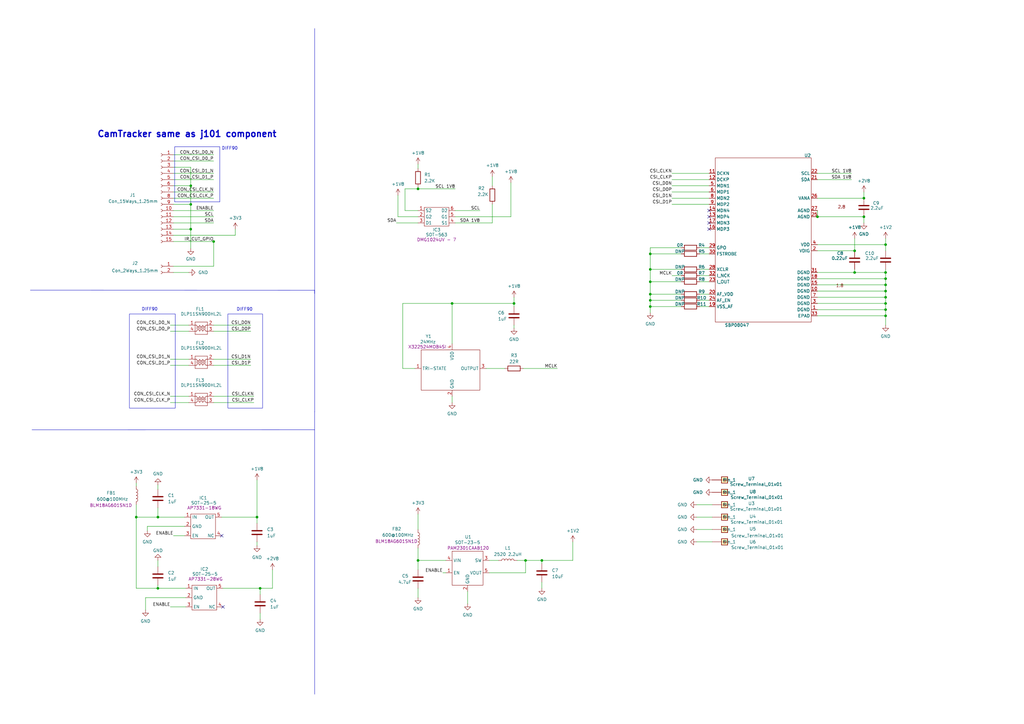
<source format=kicad_sch>
(kicad_sch (version 20230819) (generator eeschema)
  (paper "A3")
  (lib_symbols
    (symbol "Connector:Conn_01x02_Socket" (pin_names (offset 1.016) hide)
      (property "Reference" "J" (at 0 2.54 0))
      (property "Value" "Conn_01x02_Socket" (at 0 -5.08 0))
      (symbol "Conn_01x02_Socket_1_1"
        (arc (start 0 -2.032) (mid -0.5058 -2.54) (end 0 -3.048) (stroke (width 0.1524)))
        (polyline (pts (xy -1.27 -2.54) (xy -0.508 -2.54)) (stroke (width 0.1524)))
        (polyline (pts (xy -1.27 0) (xy -0.508 0)) (stroke (width 0.1524)))
        (arc (start 0 0.508) (mid -0.5058 0) (end 0 -0.508) (stroke (width 0.1524)))
        (pin passive line (at -5.08 0 0) (length 3.81) (name "Pin_1") (number "1"))
        (pin passive line (at -5.08 -2.54 0) (length 3.81) (name "Pin_2") (number "2"))
      )
    )
    (symbol "Connector:Conn_01x15_Socket" (pin_names (offset 1.016) hide)
      (property "Reference" "J" (at 0 20.32 0))
      (property "Value" "Conn_01x15_Socket" (at 0 -20.32 0))
      (symbol "Conn_01x15_Socket_1_1"
        (arc (start 0 -17.272) (mid -0.5058 -17.78) (end 0 -18.288) (stroke (width 0.1524)))
        (arc (start 0 -14.732) (mid -0.5058 -15.24) (end 0 -15.748) (stroke (width 0.1524)))
        (arc (start 0 -12.192) (mid -0.5058 -12.7) (end 0 -13.208) (stroke (width 0.1524)))
        (arc (start 0 -9.652) (mid -0.5058 -10.16) (end 0 -10.668) (stroke (width 0.1524)))
        (arc (start 0 -7.112) (mid -0.5058 -7.62) (end 0 -8.128) (stroke (width 0.1524)))
        (arc (start 0 -4.572) (mid -0.5058 -5.08) (end 0 -5.588) (stroke (width 0.1524)))
        (arc (start 0 -2.032) (mid -0.5058 -2.54) (end 0 -3.048) (stroke (width 0.1524)))
        (polyline (pts (xy -1.27 -17.78) (xy -0.508 -17.78)) (stroke (width 0.1524)))
        (polyline (pts (xy -1.27 -15.24) (xy -0.508 -15.24)) (stroke (width 0.1524)))
        (polyline (pts (xy -1.27 -12.7) (xy -0.508 -12.7)) (stroke (width 0.1524)))
        (polyline (pts (xy -1.27 -10.16) (xy -0.508 -10.16)) (stroke (width 0.1524)))
        (polyline (pts (xy -1.27 -7.62) (xy -0.508 -7.62)) (stroke (width 0.1524)))
        (polyline (pts (xy -1.27 -5.08) (xy -0.508 -5.08)) (stroke (width 0.1524)))
        (polyline (pts (xy -1.27 -2.54) (xy -0.508 -2.54)) (stroke (width 0.1524)))
        (polyline (pts (xy -1.27 0) (xy -0.508 0)) (stroke (width 0.1524)))
        (polyline (pts (xy -1.27 2.54) (xy -0.508 2.54)) (stroke (width 0.1524)))
        (polyline (pts (xy -1.27 5.08) (xy -0.508 5.08)) (stroke (width 0.1524)))
        (polyline (pts (xy -1.27 7.62) (xy -0.508 7.62)) (stroke (width 0.1524)))
        (polyline (pts (xy -1.27 10.16) (xy -0.508 10.16)) (stroke (width 0.1524)))
        (polyline (pts (xy -1.27 12.7) (xy -0.508 12.7)) (stroke (width 0.1524)))
        (polyline (pts (xy -1.27 15.24) (xy -0.508 15.24)) (stroke (width 0.1524)))
        (polyline (pts (xy -1.27 17.78) (xy -0.508 17.78)) (stroke (width 0.1524)))
        (arc (start 0 0.508) (mid -0.5058 0) (end 0 -0.508) (stroke (width 0.1524)))
        (arc (start 0 3.048) (mid -0.5058 2.54) (end 0 2.032) (stroke (width 0.1524)))
        (arc (start 0 5.588) (mid -0.5058 5.08) (end 0 4.572) (stroke (width 0.1524)))
        (arc (start 0 8.128) (mid -0.5058 7.62) (end 0 7.112) (stroke (width 0.1524)))
        (arc (start 0 10.668) (mid -0.5058 10.16) (end 0 9.652) (stroke (width 0.1524)))
        (arc (start 0 13.208) (mid -0.5058 12.7) (end 0 12.192) (stroke (width 0.1524)))
        (arc (start 0 15.748) (mid -0.5058 15.24) (end 0 14.732) (stroke (width 0.1524)))
        (arc (start 0 18.288) (mid -0.5058 17.78) (end 0 17.272) (stroke (width 0.1524)))
        (pin passive line (at -5.08 17.78 0) (length 3.81) (name "Pin_1") (number "1"))
        (pin passive line (at -5.08 -5.08 0) (length 3.81) (name "Pin_10") (number "10"))
        (pin passive line (at -5.08 -7.62 0) (length 3.81) (name "Pin_11") (number "11"))
        (pin passive line (at -5.08 -10.16 0) (length 3.81) (name "Pin_12") (number "12"))
        (pin passive line (at -5.08 -12.7 0) (length 3.81) (name "Pin_13") (number "13"))
        (pin passive line (at -5.08 -15.24 0) (length 3.81) (name "Pin_14") (number "14"))
        (pin passive line (at -5.08 -17.78 0) (length 3.81) (name "Pin_15") (number "15"))
        (pin passive line (at -5.08 15.24 0) (length 3.81) (name "Pin_2") (number "2"))
        (pin passive line (at -5.08 12.7 0) (length 3.81) (name "Pin_3") (number "3"))
        (pin passive line (at -5.08 10.16 0) (length 3.81) (name "Pin_4") (number "4"))
        (pin passive line (at -5.08 7.62 0) (length 3.81) (name "Pin_5") (number "5"))
        (pin passive line (at -5.08 5.08 0) (length 3.81) (name "Pin_6") (number "6"))
        (pin passive line (at -5.08 2.54 0) (length 3.81) (name "Pin_7") (number "7"))
        (pin passive line (at -5.08 0 0) (length 3.81) (name "Pin_8") (number "8"))
        (pin passive line (at -5.08 -2.54 0) (length 3.81) (name "Pin_9") (number "9"))
      )
    )
    (symbol "Device:C" (pin_numbers hide) (pin_names (offset 0.254))
      (property "Reference" "C" (at 0.635 2.54 0))
      (property "Value" "C" (at 0.635 -2.54 0))
      (symbol "C_0_1"
        (polyline (pts (xy -2.032 -0.762) (xy 2.032 -0.762)) (stroke (width 0.508)))
        (polyline (pts (xy -2.032 0.762) (xy 2.032 0.762)) (stroke (width 0.508)))
      )
      (symbol "C_1_1"
        (pin passive line (at 0 3.81 270) (length 2.794) (name "~") (number "1"))
        (pin passive line (at 0 -3.81 90) (length 2.794) (name "~") (number "2"))
      )
    )
    (symbol "Device:L" (pin_numbers hide) (pin_names (offset 1.016) hide)
      (property "Reference" "L" (at -1.27 0 90))
      (property "Value" "L" (at 1.905 0 90))
      (symbol "L_0_1"
        (arc (start 0 -2.54) (mid 0.6323 -1.905) (end 0 -1.27))
        (arc (start 0 -1.27) (mid 0.6323 -0.635) (end 0 0))
        (arc (start 0 0) (mid 0.6323 0.635) (end 0 1.27))
        (arc (start 0 1.27) (mid 0.6323 1.905) (end 0 2.54))
      )
      (symbol "L_1_1"
        (pin passive line (at 0 3.81 270) (length 1.27) (name "1") (number "1"))
        (pin passive line (at 0 -3.81 90) (length 1.27) (name "2") (number "2"))
      )
    )
    (symbol "Device:R" (pin_numbers hide) (pin_names (offset 0))
      (property "Reference" "R" (at 2.032 0 90))
      (property "Value" "R" (at 0 0 90))
      (symbol "R_0_1"
        (rectangle (start -1.016 -2.54) (end 1.016 2.54) (stroke (width 0.254)))
      )
      (symbol "R_1_1"
        (pin passive line (at 0 3.81 270) (length 1.27) (name "~") (number "1"))
        (pin passive line (at 0 -3.81 90) (length 1.27) (name "~") (number "2"))
      )
    )
    (symbol "IMX_219:AP7331-28WG"
      (property "Reference" "IC" (at -0.254 12.7 0))
      (symbol "AP7331-28WG_0_1"
        (rectangle (start -5.08 11.43) (end 5.08 1.27))
      )
      (symbol "AP7331-28WG_1_1"
        (pin input line (at -7.62 10.16 0) (length 2.54) (name "IN") (number "1"))
        (pin input line (at -7.62 6.35 0) (length 2.54) (name "GND") (number "2"))
        (pin input line (at -7.62 2.54 0) (length 2.54) (name "EN") (number "3"))
        (pin input line (at 7.62 2.54 180) (length 2.54) (name "NC") (number "4"))
        (pin input line (at 7.62 10.16 180) (length 2.54) (name "OUT") (number "5"))
      )
    )
    (symbol "IMX_219:DLP11SN9000HL2L"
      (property "Reference" "U" (at 0 0 0))
      (symbol "DLP11SN9000HL2L_0_1"
        (rectangle (start -2.54 7.62) (end 2.54 2.54))
        (arc (start -1.905 6.3473) (mid -1.27 5.715) (end -0.635 6.3473))
        (arc (start -0.635 3.8127) (mid -1.27 4.445) (end -1.905 3.8127))
        (arc (start -0.635 6.3473) (mid 0 5.715) (end 0.635 6.3473))
        (polyline (pts (xy -2.54 3.81) (xy -1.9119 3.8101)))
        (polyline (pts (xy -2.54 6.35) (xy -1.907 6.35)))
        (polyline (pts (xy -2.0019 4.9229) (xy 1.8226 4.9229)))
        (polyline (pts (xy 1.8477 5.4065) (xy -1.9831 5.4065)))
        (polyline (pts (xy 2.54 3.81) (xy 1.907 3.81)))
        (polyline (pts (xy 2.54 6.35) (xy 1.9119 6.3499)))
        (arc (start 0.635 3.8127) (mid 0 4.445) (end -0.635 3.8127))
        (arc (start 0.635 6.3473) (mid 1.27 5.715) (end 1.905 6.3473))
        (arc (start 1.905 3.8127) (mid 1.27 4.445) (end 0.635 3.8127))
      )
      (symbol "DLP11SN9000HL2L_1_1"
        (pin input line (at -5.08 6.35 0) (length 2.54) (name "") (number "1"))
        (pin input line (at 5.08 6.35 180) (length 2.54) (name "") (number "2"))
        (pin input line (at 5.08 3.81 180) (length 2.54) (name "") (number "3"))
        (pin input line (at -5.08 3.81 0) (length 2.54) (name "") (number "4"))
      )
    )
    (symbol "IMX_219:DMG1024UV-7"
      (property "Reference" "U" (at 0 0 0))
      (symbol "DMG1024UV-7_0_1"
        (rectangle (start -5.08 8.89) (end 5.08 1.27))
      )
      (symbol "DMG1024UV-7_1_1"
        (pin input line (at -7.62 7.62 0) (length 2.54) (name "S2") (number "1"))
        (pin input line (at -7.62 5.08 0) (length 2.54) (name "G2") (number "2"))
        (pin input line (at -7.62 2.54 0) (length 2.54) (name "D1") (number "3"))
        (pin input line (at 7.62 2.54 180) (length 2.54) (name "S1") (number "4"))
        (pin input line (at 7.62 5.08 180) (length 2.54) (name "G1") (number "5"))
        (pin input line (at 7.62 7.62 180) (length 2.54) (name "D2") (number "6"))
      )
    )
    (symbol "IMX_219:PAM2301CAAB120"
      (property "Reference" "U?" (at 2.54 11.43 0))
      (symbol "PAM2301CAAB120_0_1"
        (rectangle (start -3.81 8.89) (end 8.89 -5.08))
      )
      (symbol "PAM2301CAAB120_1_1"
        (pin input line (at -6.35 0 0) (length 2.54) (name "EN") (number "1"))
        (pin input line (at 2.54 -7.62 90) (length 2.54) (name "GND") (number "2"))
        (pin input line (at 11.43 5.08 180) (length 2.54) (name "SW") (number "3"))
        (pin input line (at -6.35 5.08 0) (length 2.54) (name "VIN") (number "4"))
        (pin input line (at 11.43 0 180) (length 2.54) (name "VOUT") (number "5"))
      )
    )
    (symbol "IMX_219:SBP08047"
      (property "Reference" "U2" (at 28.956 69.596 0))
      (property "Value" "SBP08047" (at 0 0 0))
      (symbol "SBP08047_0_1"
        (rectangle (start -8.89 68.58) (end 30.48 1.27))
      )
      (symbol "SBP08047_1_1"
        (text "1.8\n" (at 42.164 16.256 0) (effects (font (size 1.27 1.27))))
        (text "2.8\n" (at 42.926 48.514 0) (effects (font (size 1.27 1.27))))
        (pin input line (at 33.02 6.35 180) (length 2.54) (name "DGND") (number "1"))
        (pin input line (at 33.02 13.97 180) (length 2.54) (name "DGND") (number "10"))
        (pin input line (at -11.43 62.23 0) (length 2.54) (name "DCKN") (number "11"))
        (pin input line (at -11.43 59.69 0) (length 2.54) (name "DCKP") (number "12"))
        (pin input line (at -11.43 44.45 0) (length 2.54) (name "MDP4") (number "13"))
        (pin input line (at -11.43 46.99 0) (length 2.54) (name "MDN4") (number "14"))
        (pin input line (at 33.02 16.51 180) (length 2.54) (name "DGND") (number "15"))
        (pin input line (at -11.43 39.37 0) (length 2.54) (name "MDP3") (number "16"))
        (pin input line (at -11.43 41.91 0) (length 2.54) (name "MDN3") (number "17"))
        (pin input line (at 33.02 19.05 180) (length 2.54) (name "DGND") (number "18"))
        (pin input line (at -11.43 7.62 0) (length 2.54) (name "VSS_AF") (number "19"))
        (pin input line (at 33.02 30.48 180) (length 2.54) (name "VDIG") (number "2"))
        (pin input line (at -11.43 12.7 0) (length 2.54) (name "AF_VDD") (number "20"))
        (pin input line (at 33.02 59.69 180) (length 2.54) (name "SDA") (number "21"))
        (pin input line (at 33.02 62.23 180) (length 2.54) (name "SCL") (number "22"))
        (pin input line (at -11.43 17.78 0) (length 2.54) (name "I_OUT") (number "23"))
        (pin input line (at -11.43 10.16 0) (length 2.54) (name "AF_EN") (number "24"))
        (pin input line (at 33.02 44.45 180) (length 2.54) (name "AGND") (number "25"))
        (pin input line (at 33.02 52.07 180) (length 2.54) (name "VANA") (number "26"))
        (pin input line (at 33.02 46.99 180) (length 2.54) (name "AGND") (number "27"))
        (pin input line (at -11.43 22.86 0) (length 2.54) (name "XCLR") (number "28"))
        (pin input line (at -11.43 31.75 0) (length 2.54) (name "GPO") (number "29"))
        (pin input line (at 33.02 8.89 180) (length 2.54) (name "DGND") (number "3"))
        (pin input line (at -11.43 29.21 0) (length 2.54) (name "FSTROBE") (number "30"))
        (pin input line (at 33.02 21.59 180) (length 2.54) (name "DGND") (number "31"))
        (pin input line (at -11.43 20.32 0) (length 2.54) (name "I_NCK") (number "32"))
        (pin input line (at 33.02 3.81 180) (length 2.54) (name "EPAD") (number "33"))
        (pin input line (at 33.02 33.02 180) (length 2.54) (name "VDD") (number "4"))
        (pin input line (at -11.43 57.15 0) (length 2.54) (name "MDN1") (number "5"))
        (pin input line (at -11.43 54.61 0) (length 2.54) (name "MDP1") (number "6"))
        (pin input line (at 33.02 11.43 180) (length 2.54) (name "DGND") (number "7"))
        (pin input line (at -11.43 52.07 0) (length 2.54) (name "MDN2") (number "8"))
        (pin input line (at -11.43 49.53 0) (length 2.54) (name "MDP2") (number "9"))
      )
    )
    (symbol "IMX_219:Screw_Terminal_01x01"
      (property "Reference" "U" (at 0 0 0))
      (symbol "Screw_Terminal_01x01_1_1"
        (rectangle (start -1.27 5.08) (end 1.27 2.54) (stroke (width 0.254)) (fill (type background)))
        (polyline (pts (xy -0.5334 4.1402) (xy 0.3302 3.302)) (stroke (width 0.1524)))
        (polyline (pts (xy -0.3556 4.318) (xy 0.508 3.4798)) (stroke (width 0.1524)))
        (circle (center 0 3.81) (radius 0.635) (stroke (width 0.1524)))
        (pin passive line (at -5.08 3.81 0) (length 3.81) (name "Pin_1") (number ""))
      )
    )
    (symbol "IMX_219:X322524MOB4SI"
      (property "Reference" "Y" (at -4.318 18.796 0))
      (symbol "X322524MOB4SI_0_1"
        (rectangle (start -5.08 17.78) (end 19.05 1.27))
      )
      (symbol "X322524MOB4SI_1_1"
        (pin input line (at -7.62 10.16 0) (length 2.54) (name "TRI-STATE") (number "1"))
        (pin input line (at 7.62 -1.27 90) (length 2.54) (name "GND") (number "2"))
        (pin input line (at 21.59 10.16 180) (length 2.54) (name "OUTPUT") (number "3"))
        (pin input line (at 7.62 20.32 270) (length 2.54) (name "VDD") (number "4"))
      )
    )
    (symbol "power:GND" (power) (pin_names (offset 0))
      (property "Value" "GND" (at 0 -3.81 0))
      (symbol "GND_0_1"
        (polyline (pts (xy 0 0) (xy 0 -1.27) (xy 1.27 -1.27) (xy 0 -2.54) (xy -1.27 -1.27) (xy 0 -1.27)))
      )
      (symbol "GND_1_1"
        (pin power_in line (at 0 0 270) (length 0) hide (name "GND") (number "1"))
      )
    )
    (symbol "power:VCC" (power) (pin_names (offset 0))
      (property "Value" "VCC" (at 0 3.81 0))
      (symbol "VCC_0_1"
        (polyline (pts (xy -0.762 1.27) (xy 0 2.54)))
        (polyline (pts (xy 0 0) (xy 0 2.54)))
        (polyline (pts (xy 0 2.54) (xy 0.762 1.27)))
      )
      (symbol "VCC_1_1"
        (pin power_in line (at 0 0 90) (length 0) hide (name "VCC") (number "1"))
      )
    )
  )
  (junction (at 266.7 120.65))
  (junction (at 78.2542 76.2))
  (junction (at 87.6243 99.06))
  (junction (at 335.28 88.9))
  (junction (at 106.68 241.3))
  (junction (at 171.45 229.87))
  (junction (at 363.22 127))
  (junction (at 363.22 100.33))
  (junction (at 363.22 114.3))
  (junction (at 363.22 124.46))
  (junction (at 185.42 124.46))
  (junction (at 363.22 119.38))
  (junction (at 171.45 77.47))
  (junction (at 354.33 81.28))
  (junction (at 210.82 124.46))
  (junction (at 363.22 129.54))
  (junction (at 266.7 125.73))
  (junction (at 105.41 212.09))
  (junction (at 363.22 116.84))
  (junction (at 55.88 212.09))
  (junction (at 78.2277 93.98))
  (junction (at 266.7 110.49))
  (junction (at 266.7 115.57))
  (junction (at 78.2542 83.82))
  (junction (at 363.22 121.92))
  (junction (at 350.52 102.87))
  (junction (at 266.7 104.14))
  (junction (at 350.52 111.76))
  (junction (at 266.7 123.19))
  (junction (at 363.22 111.76))
  (junction (at 222.25 229.87))
  (junction (at 64.77 212.09))
  (junction (at 215.5507 229.87))
  (junction (at 354.33 88.9))
  (junction (at 64.7558 241.3))
  (no_connect (at 290.83 93.98))
  (no_connect (at 91.44 248.92))
  (no_connect (at 90.932 219.71))
  (no_connect (at 290.83 91.44))
  (no_connect (at 290.83 88.9))
  (no_connect (at 290.83 86.36))
  (wire (pts (xy 64.77 198.882) (xy 64.77 200.66)))
  (wire (pts (xy 106.68 241.3) (xy 106.68 243.84)))
  (wire (pts (xy 55.88 212.09) (xy 55.88 241.3)))
  (wire (pts (xy 287.02 104.14) (xy 290.83 104.14)))
  (wire (pts (xy 363.22 119.38) (xy 335.28 119.38)))
  (wire (pts (xy 210.82 134.62) (xy 210.82 133.35)))
  (wire (pts (xy 106.68 241.3) (xy 111.76 241.3)))
  (wire (pts (xy 290.83 73.66) (xy 275.59 73.66)))
  (wire (pts (xy 363.22 111.76) (xy 363.22 114.3)))
  (wire (pts (xy 210.82 124.46) (xy 185.42 124.46)))
  (wire (pts (xy 166.1122 86.36) (xy 171.45 86.36)))
  (wire (pts (xy 335.28 88.9) (xy 354.33 88.9)))
  (wire (pts (xy 287.02 125.73) (xy 290.83 125.73)))
  (wire (pts (xy 201.93 83.82) (xy 201.93 91.44)))
  (wire (pts (xy 171.45 76.708) (xy 171.45 77.47)))
  (wire (pts (xy 275.59 76.2) (xy 290.83 76.2)))
  (wire (pts (xy 171.45 77.47) (xy 186.69 77.47)))
  (wire (pts (xy 363.22 121.92) (xy 335.28 121.92)))
  (wire (pts (xy 64.7558 240.03) (xy 64.77 240.03)))
  (wire (pts (xy 76.2 245.11) (xy 59.69 245.11)))
  (wire (pts (xy 166.1122 77.47) (xy 166.1122 86.36)))
  (wire (pts (xy 215.5507 229.87) (xy 222.25 229.87)))
  (wire (pts (xy 162.56 91.44) (xy 171.45 91.44)))
  (wire (pts (xy 87.63 73.66) (xy 71.12 73.66)))
  (wire (pts (xy 171.45 88.9) (xy 163.2233 88.9)))
  (wire (pts (xy 87.63 63.5) (xy 71.12 63.5)))
  (wire (pts (xy 102.87 147.32) (xy 87.63 147.32)))
  (wire (pts (xy 171.45 229.87) (xy 171.45 233.68)))
  (polyline (pts (xy 129.032 119.126) (xy 129.032 11.684)))
  (wire (pts (xy 350.52 110.49) (xy 350.52 111.76)))
  (wire (pts (xy 363.22 111.76) (xy 350.52 111.76)))
  (wire (pts (xy 102.87 133.35) (xy 87.63 133.35)))
  (wire (pts (xy 55.88 241.3) (xy 64.7558 241.3)))
  (wire (pts (xy 335.28 81.28) (xy 354.33 81.28)))
  (wire (pts (xy 363.22 121.92) (xy 363.22 124.46)))
  (wire (pts (xy 199.39 151.13) (xy 207.01 151.13)))
  (polyline (pts (xy 13.1147 176.3052) (xy 129.032 176.276)))
  (wire (pts (xy 363.22 119.38) (xy 363.22 121.92)))
  (wire (pts (xy 234.95 222.25) (xy 234.95 229.87)))
  (wire (pts (xy 350.52 111.76) (xy 335.28 111.76)))
  (wire (pts (xy 215.5507 229.87) (xy 212.09 229.87)))
  (wire (pts (xy 87.63 88.9) (xy 71.12 88.9)))
  (wire (pts (xy 363.22 100.33) (xy 363.22 102.87)))
  (wire (pts (xy 228.6 151.13) (xy 214.63 151.13)))
  (wire (pts (xy 363.22 114.3) (xy 335.28 114.3)))
  (wire (pts (xy 78.2277 93.98) (xy 78.2277 101.9134)))
  (wire (pts (xy 104.14 162.56) (xy 87.63 162.56)))
  (wire (pts (xy 105.41 212.09) (xy 105.41 196.85)))
  (wire (pts (xy 78.2277 93.98) (xy 71.12 93.98)))
  (polyline (pts (xy 12.4361 118.9869) (xy 129.0564 119.0285)))
  (wire (pts (xy 210.82 121.92) (xy 210.82 124.46)))
  (wire (pts (xy 186.69 91.44) (xy 201.93 91.44)))
  (wire (pts (xy 349.25 73.66) (xy 335.28 73.66)))
  (wire (pts (xy 165.1647 124.46) (xy 185.42 124.46)))
  (wire (pts (xy 363.22 124.46) (xy 335.28 124.46)))
  (wire (pts (xy 78.2542 68.58) (xy 78.2542 76.2)))
  (wire (pts (xy 91.44 241.3) (xy 106.68 241.3)))
  (wire (pts (xy 287.02 101.6) (xy 290.83 101.6)))
  (wire (pts (xy 78.2542 83.82) (xy 71.12 83.82)))
  (wire (pts (xy 363.22 114.3) (xy 363.22 116.84)))
  (wire (pts (xy 71.12 68.58) (xy 78.2542 68.58)))
  (wire (pts (xy 71.12 109.22) (xy 87.6243 109.22)))
  (wire (pts (xy 222.25 229.87) (xy 222.25 231.14)))
  (wire (pts (xy 290.83 81.28) (xy 275.59 81.28)))
  (wire (pts (xy 287.02 110.49) (xy 290.83 110.49)))
  (wire (pts (xy 171.45 210.82) (xy 171.45 217.17)))
  (wire (pts (xy 287.02 120.65) (xy 290.83 120.65)))
  (polyline (pts (xy 129.0347 120.4043) (xy 129.032 119.126)))
  (wire (pts (xy 69.85 135.89) (xy 77.47 135.89)))
  (wire (pts (xy 234.95 229.87) (xy 222.25 229.87)))
  (wire (pts (xy 69.85 149.86) (xy 77.47 149.86)))
  (wire (pts (xy 363.22 124.46) (xy 363.22 127)))
  (wire (pts (xy 200.66 229.87) (xy 204.47 229.87)))
  (wire (pts (xy 87.6243 109.22) (xy 87.6243 99.06)))
  (polyline (pts (xy 129.0166 168.9016) (xy 129.032 284.734)))
  (wire (pts (xy 266.7 115.57) (xy 266.7 120.65)))
  (wire (pts (xy 292.1 222.25) (xy 285.75 222.25)))
  (wire (pts (xy 170.18 151.13) (xy 165.1647 151.13)))
  (wire (pts (xy 55.88 207.01) (xy 55.88 212.09)))
  (wire (pts (xy 290.83 83.82) (xy 275.59 83.82)))
  (wire (pts (xy 106.68 254) (xy 106.68 251.46)))
  (polyline (pts (xy 129.0417 168.91) (xy 129.032 119.126)))
  (wire (pts (xy 78.2542 76.2) (xy 78.2542 83.82)))
  (wire (pts (xy 215.5507 234.95) (xy 215.5507 229.87)))
  (wire (pts (xy 69.85 147.32) (xy 77.47 147.32)))
  (wire (pts (xy 69.85 162.56) (xy 77.47 162.56)))
  (wire (pts (xy 87.63 86.36) (xy 71.12 86.36)))
  (wire (pts (xy 96.52 96.52) (xy 96.52 93.98)))
  (wire (pts (xy 201.93 72.39) (xy 201.93 76.2)))
  (wire (pts (xy 266.7 104.14) (xy 266.7 110.49)))
  (wire (pts (xy 55.88 212.09) (xy 64.77 212.09)))
  (wire (pts (xy 105.41 214.63) (xy 105.41 212.09)))
  (wire (pts (xy 87.63 81.28) (xy 71.12 81.28)))
  (wire (pts (xy 75.692 215.9) (xy 60.452 215.9)))
  (wire (pts (xy 87.63 78.74) (xy 71.12 78.74)))
  (wire (pts (xy 171.45 241.3) (xy 171.45 245.11)))
  (wire (pts (xy 90.932 212.09) (xy 105.41 212.09)))
  (wire (pts (xy 210.82 124.46) (xy 210.82 125.73)))
  (wire (pts (xy 163.2233 80.0823) (xy 163.2233 88.9)))
  (wire (pts (xy 335.28 86.36) (xy 335.28 88.9)))
  (wire (pts (xy 87.6243 99.06) (xy 71.12 99.06)))
  (wire (pts (xy 266.7 125.73) (xy 279.4 125.73)))
  (wire (pts (xy 209.55 88.9) (xy 209.55 74.93)))
  (wire (pts (xy 363.22 110.49) (xy 363.22 111.76)))
  (wire (pts (xy 363.22 116.84) (xy 335.28 116.84)))
  (wire (pts (xy 87.63 99.06) (xy 87.6243 99.06)))
  (wire (pts (xy 185.42 124.46) (xy 185.42 140.97)))
  (wire (pts (xy 69.85 133.35) (xy 77.47 133.35)))
  (wire (pts (xy 266.7 123.19) (xy 279.4 123.19)))
  (wire (pts (xy 200.66 234.95) (xy 215.5507 234.95)))
  (wire (pts (xy 292.1 217.17) (xy 285.75 217.17)))
  (wire (pts (xy 78.2277 93.98) (xy 78.2542 93.98)))
  (wire (pts (xy 354.33 78.74) (xy 354.33 81.28)))
  (wire (pts (xy 363.22 116.84) (xy 363.22 119.38)))
  (wire (pts (xy 64.7558 241.3) (xy 76.2 241.3)))
  (wire (pts (xy 71.12 111.76) (xy 77.47 111.76)))
  (wire (pts (xy 266.7 110.49) (xy 279.4 110.49)))
  (wire (pts (xy 102.87 149.86) (xy 87.63 149.86)))
  (wire (pts (xy 292.1 212.09) (xy 285.75 212.09)))
  (wire (pts (xy 185.42 165.1) (xy 185.42 162.56)))
  (wire (pts (xy 181.61 234.95) (xy 182.88 234.95)))
  (wire (pts (xy 287.02 123.19) (xy 290.83 123.19)))
  (wire (pts (xy 64.77 229.87) (xy 64.77 232.41)))
  (wire (pts (xy 290.83 78.74) (xy 275.59 78.74)))
  (wire (pts (xy 350.52 97.79) (xy 350.52 102.87)))
  (wire (pts (xy 55.88 198.12) (xy 55.88 199.39)))
  (wire (pts (xy 105.41 222.25) (xy 105.41 223.774)))
  (wire (pts (xy 266.7 123.19) (xy 266.7 125.73)))
  (wire (pts (xy 171.45 77.47) (xy 166.1122 77.47)))
  (wire (pts (xy 335.28 100.33) (xy 363.22 100.33)))
  (wire (pts (xy 287.02 113.03) (xy 290.83 113.03)))
  (wire (pts (xy 64.77 212.09) (xy 75.692 212.09)))
  (wire (pts (xy 71.12 96.52) (xy 96.52 96.52)))
  (wire (pts (xy 104.14 165.1) (xy 87.63 165.1)))
  (wire (pts (xy 71.12 219.71) (xy 75.692 219.71)))
  (wire (pts (xy 266.7 104.14) (xy 279.4 104.14)))
  (wire (pts (xy 78.2542 83.82) (xy 78.2542 93.98)))
  (wire (pts (xy 363.22 97.79) (xy 363.22 100.33)))
  (wire (pts (xy 59.69 245.11) (xy 59.69 250.19)))
  (wire (pts (xy 266.7 120.65) (xy 266.7 123.19)))
  (wire (pts (xy 335.28 129.54) (xy 363.22 129.54)))
  (wire (pts (xy 102.87 135.89) (xy 87.63 135.89)))
  (wire (pts (xy 69.85 165.1) (xy 77.47 165.1)))
  (wire (pts (xy 335.28 102.87) (xy 350.52 102.87)))
  (wire (pts (xy 354.33 88.9) (xy 354.33 91.44)))
  (wire (pts (xy 78.2542 76.2) (xy 71.12 76.2)))
  (wire (pts (xy 64.77 208.28) (xy 64.77 212.09)))
  (wire (pts (xy 171.45 229.87) (xy 182.88 229.87)))
  (wire (pts (xy 266.7 115.57) (xy 279.4 115.57)))
  (wire (pts (xy 266.7 120.65) (xy 279.4 120.65)))
  (wire (pts (xy 64.7558 241.3) (xy 64.7558 240.03)))
  (wire (pts (xy 266.7 125.73) (xy 266.7 128.27)))
  (wire (pts (xy 87.63 71.12) (xy 71.12 71.12)))
  (wire (pts (xy 191.77 247.65) (xy 191.77 242.57)))
  (wire (pts (xy 349.25 71.12) (xy 335.28 71.12)))
  (wire (pts (xy 287.02 115.57) (xy 290.83 115.57)))
  (wire (pts (xy 363.22 129.54) (xy 363.22 127)))
  (wire (pts (xy 222.25 241.3) (xy 222.25 238.76)))
  (wire (pts (xy 87.63 66.04) (xy 71.12 66.04)))
  (wire (pts (xy 196.85 86.36) (xy 186.69 86.36)))
  (wire (pts (xy 171.45 224.79) (xy 171.45 229.87)))
  (wire (pts (xy 186.69 88.9) (xy 209.55 88.9)))
  (wire (pts (xy 165.1647 151.13) (xy 165.1647 124.46)))
  (wire (pts (xy 171.45 67.31) (xy 171.45 69.088)))
  (wire (pts (xy 111.76 241.3) (xy 111.76 233.68)))
  (wire (pts (xy 290.83 71.12) (xy 275.59 71.12)))
  (wire (pts (xy 266.7 101.6) (xy 266.7 104.14)))
  (wire (pts (xy 69.85 248.92) (xy 76.2 248.92)))
  (wire (pts (xy 60.452 215.9) (xy 60.452 217.678)))
  (wire (pts (xy 266.7 110.49) (xy 266.7 115.57)))
  (wire (pts (xy 87.63 91.44) (xy 71.12 91.44)))
  (wire (pts (xy 363.22 127) (xy 335.28 127)))
  (wire (pts (xy 292.1 207.01) (xy 285.75 207.01)))
  (wire (pts (xy 275.59 113.03) (xy 279.4 113.03)))
  (wire (pts (xy 279.4 101.6) (xy 266.7 101.6)))
  (wire (pts (xy 363.22 133.35) (xy 363.22 129.54)))
  (rectangle (start 53.086 128.778) (end 71.882 167.386))
  (rectangle (start 71.628 60.198) (end 90.17 82.804))
  (rectangle (start 93.472 128.778) (end 107.696 167.386))
  (text "DIFF90\n" (at 94.234 60.96 0) (effects (font (size 1.27 1.27))))
  (text "CamTracker same as j101 component" (at 76.708 55.118 0) (effects (font (size 2.54 2.54) (thickness 0.508) bold)))
  (text "DIFF90\n" (at 61.3856 126.9352 0) (effects (font (size 1.27 1.27))))
  (text "DIFF90\n" (at 100.33 127 0) (effects (font (size 1.27 1.27))))
  (label "ENABLE" (at 181.61 234.95 180))
  (label "CSI_D1N" (at 102.87 147.32 180))
  (label "CON_CSI_D1_P" (at 87.63 73.66 180))
  (label "CSI_D0N" (at 275.59 76.2 180))
  (label "CON_CSI_D0_P" (at 87.63 66.04 180))
  (label "CSI_CLKN" (at 104.14 162.56 180))
  (label "MCLK" (at 228.6 151.13 180))
  (label "CSI_D0P" (at 275.59 78.74 180))
  (label "CON_CSI_D1_N" (at 87.63 71.12 180))
  (label "IR_CUT_GPIO" (at 87.63 99.06 180))
  (label "CSI_D1N" (at 275.59 81.28 180))
  (label "SCL 1V8" (at 349.25 71.12 180))
  (label "ENABLE" (at 87.63 86.36 180))
  (label "CON_CSI_D0_N" (at 87.63 63.5 180))
  (label "SDA 1V8" (at 349.25 73.66 180))
  (label "SCL" (at 196.85 86.36 180))
  (label "SDA" (at 87.63 91.44 180))
  (label "CSI_CLKP" (at 104.14 165.1 180))
  (label "CON_CSI_CLK_P" (at 87.63 81.28 180))
  (label "CSI_CLKN" (at 275.59 71.12 180))
  (label "CON_CSI_CLK_P" (at 69.85 165.1 180))
  (label "CSI_CLKP" (at 275.59 73.66 180))
  (label "ENABLE" (at 69.85 248.92 180))
  (label "CSI_D0P" (at 102.87 135.89 180))
  (label "SDA" (at 162.56 91.44 180))
  (label "CSI_D1P" (at 102.87 149.86 180))
  (label "CON_CSI_D1_N" (at 69.85 147.32 180))
  (label "SCL" (at 87.63 88.9 180))
  (label "SDA 1V8" (at 196.85 91.44 180))
  (label "CSI_D1P" (at 275.59 83.82 180))
  (label "CSI_D0N" (at 102.87 133.35 180))
  (label "MCLK" (at 275.59 113.03 180))
  (label "CON_CSI_D1_P" (at 69.85 149.86 180))
  (label "SCL 1V8" (at 186.69 77.47 180))
  (label "CON_CSI_CLK_N" (at 69.85 162.56 180))
  (label "CON_CSI_CLK_N" (at 87.63 78.74 180))
  (label "CON_CSI_D0_N" (at 69.85 133.35 180))
  (label "CON_CSI_D0_P" (at 69.85 135.89 180))
  (label "ENABLE" (at 71.12 219.71 180))
  (symbol (lib_id "power:VCC") (at 350.52 97.79 0) (unit 1)
    (property "Reference" "#PWR026" (effects hide))
    (property "Value" "+1V8" (at 350.52 93.218 0))
    (property "Description" "Power symbol creates a global label with name \"VCC\"" (effects hide))
  )
  (symbol (lib_id "power:GND") (at 60.452 217.678 0) (unit 1)
    (property "Reference" "#PWR09" (effects hide))
    (property "Value" "GND" (at 60.452 222.25 0))
    (property "Description" "Power symbol creates a global label with name \"GND\" , ground" (effects hide))
  )
  (symbol (lib_id "power:VCC") (at 163.2233 80.0823 0) (unit 1)
    (property "Reference" "#PWR03" (effects hide))
    (property "Value" "+1V8" (at 163.2233 75.5103 0))
    (property "Description" "Power symbol creates a global label with name \"VCC\"" (effects hide))
  )
  (symbol (lib_id "power:GND") (at 285.75 207.01 270) (unit 1)
    (property "Reference" "#PWR035" (effects hide))
    (property "Value" "GND" (at 281.94 207.0099 90) (effects (justify right)))
    (property "Description" "Power symbol creates a global label with name \"GND\" , ground" (effects hide))
  )
  (symbol (lib_id "IMX_219:Screw_Terminal_01x01") (at 297.18 205.74 0) (unit 1)
    (property "Reference" "U8" (at 307.34 201.676 0) (effects (justify left)))
    (property "Value" "Screw_Terminal_01x01" (at 310.388 203.962 0))
    (property "Footprint" "IMX219:Screw_Terminal_01x01" (effects hide))
  )
  (symbol (lib_id "IMX_219:Screw_Terminal_01x01") (at 297.18 220.98 0) (unit 1)
    (property "Reference" "U5" (at 307.34 216.916 0) (effects (justify left)))
    (property "Value" "Screw_Terminal_01x01" (at 310.642 219.71 0))
    (property "Footprint" "IMX219:Screw_Terminal_01x01" (effects hide))
  )
  (symbol (lib_id "power:GND") (at 171.45 245.11 0) (unit 1)
    (property "Reference" "#PWR017" (effects hide))
    (property "Value" "GND" (at 171.45 249.682 0))
    (property "Description" "Power symbol creates a global label with name \"GND\" , ground" (effects hide))
  )
  (symbol (lib_id "power:VCC") (at 55.88 198.12 0) (unit 1)
    (property "Reference" "#PWR07" (effects hide))
    (property "Value" "+3V3" (at 55.88 193.548 0))
    (property "Description" "Power symbol creates a global label with name \"VCC\"" (effects hide))
  )
  (symbol (lib_id "power:GND") (at 292.1 201.93 270) (unit 1)
    (property "Reference" "#PWR029" (effects hide))
    (property "Value" "GND" (at 288.29 201.9299 90) (effects (justify right)))
    (property "Description" "Power symbol creates a global label with name \"GND\" , ground" (effects hide))
  )
  (symbol (lib_id "Device:C") (at 222.25 234.95 0) (unit 1)
    (property "Reference" "C7" (at 226.314 233.934 0) (effects (justify left)))
    (property "Value" "10uF	" (at 226.314 236.474 0) (effects (justify left)))
    (property "Footprint" "Capacitor_SMD:C_0805_2012Metric" (effects hide))
    (property "Description" "Unpolarized capacitor" (effects hide))
  )
  (symbol (lib_id "IMX_219:DMG1024UV-7") (at 179.07 93.98 0) (unit 1)
    (property "Reference" "IC3" (at 179.07 94.234 0))
    (property "Value" "SOT-563" (at 179.07 96.266 0))
    (property "Footprint" "Package_TO_SOT_SMD:SOT-563" (effects hide))
    (property "Datasheet" "file:///C:/Users/İhsan/Desktop/CameraModule_IMX219/CameraModule_IMX219/IMX219_Datasheet/DMG1024UV.pdf" (effects hide))
    (property "Description" "null 1.38A 450mΩ@600mA,4.5V 530mW 2 N-Channel SOT-563 MOSFETs ROHS" (effects hide))
    (property "MPN" "DMG1024UV - 7" (at 179.07 98.298 0))
  )
  (symbol (lib_id "Device:R") (at 201.93 80.01 0) (unit 1)
    (property "Reference" "R2" (at 196.088 77.216 0) (effects (justify left)))
    (property "Value" "2.2K" (at 195.834 79.756 0) (effects (justify left)))
    (property "Footprint" "Resistor_SMD:R_0402_1005Metric" (effects hide))
    (property "Description" "Resistor" (effects hide))
  )
  (symbol (lib_id "power:VCC") (at 209.55 74.93 0) (unit 1)
    (property "Reference" "#PWR05" (effects hide))
    (property "Value" "+1V8" (at 209.55 70.358 0))
    (property "Description" "Power symbol creates a global label with name \"VCC\"" (effects hide))
  )
  (symbol (lib_id "Device:R") (at 283.21 113.03 90) (unit 1)
    (property "Reference" "R7" (at 287.782 112.014 90))
    (property "Value" "0R" (at 278.892 112.014 90))
    (property "Footprint" "Resistor_SMD:R_0402_1005Metric" (effects hide))
    (property "Description" "Resistor" (effects hide))
  )
  (symbol (lib_id "power:VCC") (at 111.76 233.68 0) (unit 1)
    (property "Reference" "#PWR014" (effects hide))
    (property "Value" "+2V8" (at 111.76 229.108 0))
    (property "Description" "Power symbol creates a global label with name \"VCC\"" (effects hide))
  )
  (symbol (lib_id "Device:C") (at 105.41 218.44 0) (unit 1)
    (property "Reference" "C3" (at 109.474 217.1699 0) (effects (justify left)))
    (property "Value" "1uF" (at 109.474 219.7099 0) (effects (justify left)))
    (property "Footprint" "Capacitor_SMD:C_0402_1005Metric" (effects hide))
    (property "Description" "Unpolarized capacitor" (effects hide))
  )
  (symbol (lib_id "power:GND") (at 292.1 196.85 270) (unit 1)
    (property "Reference" "#PWR028" (effects hide))
    (property "Value" "GND" (at 288.29 196.8499 90) (effects (justify right)))
    (property "Description" "Power symbol creates a global label with name \"GND\" , ground" (effects hide))
  )
  (symbol (lib_id "power:VCC") (at 201.93 72.39 0) (unit 1)
    (property "Reference" "#PWR06" (effects hide))
    (property "Value" "+1V8" (at 201.93 67.818 0))
    (property "Description" "Power symbol creates a global label with name \"VCC\"" (effects hide))
  )
  (symbol (lib_id "Device:L") (at 55.88 203.2 0) (unit 1)
    (property "Reference" "FB1" (at 43.688 202.184 0) (effects (justify left)))
    (property "Value" "600@100MHz" (at 39.624 204.724 0) (effects (justify left)))
    (property "Footprint" "IMX219:BLM18SP221SN1B" (effects hide))
    (property "Datasheet" "https://datasheet.lcsc.com/lcsc/2304140030_Murata-Electronics-BLM18AG601SN1D_C19330.pdf" (effects hide))
    (property "Description" "  380mΩ ±25% 600Ω@100MHz 0603 Ferrite Beads ROHS" (effects hide))
    (property "MPN" "BLM18AG601SN1D" (at 45.466 207.264 0))
  )
  (symbol (lib_id "Device:C") (at 350.52 106.68 180) (unit 1)
    (property "Reference" "C8" (at 345.948 103.886 0) (effects (justify left)))
    (property "Value" "0.22uF" (at 347.726 105.918 0) (effects (justify left)))
    (property "Footprint" "Capacitor_SMD:C_0402_1005Metric" (effects hide))
    (property "Description" "Unpolarized capacitor" (effects hide))
  )
  (symbol (lib_id "power:VCC") (at 96.52 93.98 0) (unit 1)
    (property "Reference" "#PWR02" (effects hide))
    (property "Value" "+3V3" (at 96.52 89.408 0))
    (property "Description" "Power symbol creates a global label with name \"VCC\"" (effects hide))
  )
  (symbol (lib_id "Device:L") (at 208.28 229.87 90) (unit 1)
    (property "Reference" "L1" (at 208.28 224.79 90))
    (property "Value" "2520 2.2uH" (at 208.28 227.33 90))
    (property "Footprint" "Inductor_SMD:L_1008_2520Metric" (effects hide))
    (property "Datasheet" "https://datasheet.lcsc.com/lcsc/2207211800_Vishay-Intertech-IFSC1008ABER2R2M01_C844947.pdf" (effects hide))
    (property "Description" "1.8A I-shaped inductor 2.2uH 2.15A ±20% SMD,2.5x2x1.2mm Power Inductors ROHS" (effects hide))
    (property "MPN" "IFSC1008ABER2R2M01" (effects hide))
  )
  (symbol (lib_id "power:GND") (at 354.33 91.44 0) (unit 1)
    (property "Reference" "#PWR038" (effects hide))
    (property "Value" "GND" (at 354.33 96.012 0))
    (property "Description" "Power symbol creates a global label with name \"GND\" , ground" (effects hide))
  )
  (symbol (lib_id "Device:L") (at 171.45 220.98 0) (unit 1)
    (property "Reference" "FB2" (at 160.782 216.916 0) (effects (justify left)))
    (property "Value" "600@100MHz" (at 156.718 219.456 0) (effects (justify left)))
    (property "Footprint" "IMX219:BLM18SP221SN1B" (effects hide))
    (property "Datasheet" "https://datasheet.lcsc.com/lcsc/2304140030_Murata-Electronics-BLM18AG601SN1D_C19330.pdf" (effects hide))
    (property "Description" "  380mΩ ±25% 600Ω@100MHz 0603 Ferrite Beads ROHS" (effects hide))
    (property "MPN" "BLM18AG601SN1D" (at 162.56 221.996 0))
  )
  (symbol (lib_id "Device:C") (at 64.77 204.47 0) (unit 1)
    (property "Reference" "C1" (at 68.834 203.1999 0) (effects (justify left)))
    (property "Value" "1uF" (at 68.834 205.7399 0) (effects (justify left)))
    (property "Footprint" "Capacitor_SMD:C_0402_1005Metric" (effects hide))
    (property "Description" "Unpolarized capacitor" (effects hide))
  )
  (symbol (lib_id "power:GND") (at 59.69 250.19 0) (unit 1)
    (property "Reference" "#PWR013" (effects hide))
    (property "Value" "GND" (at 59.69 254.762 0))
    (property "Description" "Power symbol creates a global label with name \"GND\" , ground" (effects hide))
  )
  (symbol (lib_id "IMX_219:Screw_Terminal_01x01") (at 297.18 226.06 0) (unit 1)
    (property "Reference" "U6" (at 307.34 222.25 0) (effects (justify left)))
    (property "Value" "Screw_Terminal_01x01" (at 310.642 224.536 0))
    (property "Footprint" "IMX219:Screw_Terminal_01x01" (effects hide))
  )
  (symbol (lib_id "IMX_219:AP7331-28WG") (at 83.82 251.46 0) (unit 1)
    (property "Reference" "IC2" (at 83.82 233.426 0))
    (property "Value" "SOT-25-5" (at 84.074 235.458 0))
    (property "Footprint" "IMX219:AP7331" (effects hide))
    (property "Datasheet" "https://datasheet.lcsc.com/lcsc/2304140030_Diodes-Incorporated-AP7331-18WG-7_C155293.pdf" (effects hide))
    (property "Description" "300mA 65dB@(100Hz) Fixed 2.8V Positive 6V SOT-25-5 Linear Voltage Regulators (LDO) ROHS" (effects hide))
    (property "MPN" "AP7331-28WG" (at 84.328 237.49 0))
  )
  (symbol (lib_id "Device:R") (at 283.21 120.65 90) (unit 1)
    (property "Reference" "R9" (at 287.782 119.634 90))
    (property "Value" "DNP" (at 278.892 119.634 90))
    (property "Footprint" "Resistor_SMD:R_0402_1005Metric" (effects hide))
    (property "Description" "Resistor" (effects hide))
  )
  (symbol (lib_id "Device:R") (at 210.82 151.13 90) (unit 1)
    (property "Reference" "R3" (at 210.82 145.796 90))
    (property "Value" "22R" (at 210.82 148.336 90))
    (property "Footprint" "Resistor_SMD:R_0402_1005Metric" (effects hide))
    (property "Description" "Resistor" (effects hide))
  )
  (symbol (lib_id "power:GND") (at 363.22 133.35 0) (unit 1)
    (property "Reference" "#PWR037" (effects hide))
    (property "Value" "GND" (at 363.22 137.922 0))
    (property "Description" "Power symbol creates a global label with name \"GND\" , ground" (effects hide))
  )
  (symbol (lib_id "IMX_219:PAM2301CAAB120") (at 189.23 234.95 0) (unit 1)
    (property "Reference" "U1" (at 192.024 220.218 0))
    (property "Value" "SOT-23-5" (at 191.77 222.504 0))
    (property "Footprint" "Package_TO_SOT_SMD:SOT-23-5" (effects hide))
    (property "Datasheet" "https://datasheet.lcsc.com/lcsc/2308101544_Diodes-Incorporated-PAM2301CAAB120_C2071957.pdf" (effects hide))
    (property "Description" "Step-down type Fixed 800mA 2.5V~5.5V 1.2V SOT-23-5 DC-DC Converters ROHS" (effects hide))
    (property "MPN" " PAM2301CAAB120" (at 191.516 224.79 0))
  )
  (symbol (lib_id "Device:R") (at 171.45 72.898 0) (unit 1)
    (property "Reference" "R1" (at 173.99 71.6279 0) (effects (justify left)))
    (property "Value" "2.2K" (at 173.99 74.1679 0) (effects (justify left)))
    (property "Footprint" "Resistor_SMD:R_0402_1005Metric" (effects hide))
    (property "Description" "Resistor" (effects hide))
  )
  (symbol (lib_id "Device:C") (at 64.77 236.22 0) (unit 1)
    (property "Reference" "C2" (at 68.834 234.9499 0) (effects (justify left)))
    (property "Value" "1uF" (at 68.834 237.4899 0) (effects (justify left)))
    (property "Footprint" "Capacitor_SMD:C_0402_1005Metric" (effects hide))
    (property "Description" "Unpolarized capacitor" (effects hide))
  )
  (symbol (lib_id "IMX_219:SBP08047") (at 302.26 133.35 0) (unit 1)
    (property "Reference" "U2" (at 331.216 63.754 0))
    (property "Value" "SBP08047" (at 302.26 133.35 0))
    (property "Footprint" "IMX219:SBP08047" (effects hide))
    (property "Datasheet" "file:///C:/Users/İhsan/Downloads/PLCC%20IMX219%20(BokTech)%20(1).pdf" (effects hide))
    (property "MPN" "SBP08047" (effects hide))
  )
  (symbol (lib_id "IMX_219:DLP11SN9000HL2L") (at 82.55 139.7 0) (unit 1)
    (property "Reference" "FL1" (at 82.042 126.746 0))
    (property "Value" "DLP11SN900HL2L" (at 82.55 128.778 0))
    (property "Footprint" "IMX219:DLP11SN900HL2L" (effects hide))
    (property "Datasheet" "https://datasheet.lcsc.com/lcsc/1810251040_Murata-Electronics-DLP11SN900HL2L_C90762.pdf" (effects hide))
    (property "Description" "90Ω@100MHz 1.88Ω 2 0504 Common Mode Filters ROHS" (effects hide))
    (property "MPN" "DLP11SN900HL2L" (effects hide))
  )
  (symbol (lib_id "Device:R") (at 283.21 125.73 90) (unit 1)
    (property "Reference" "R11" (at 287.782 124.714 90))
    (property "Value" "DNP" (at 278.892 124.714 90))
    (property "Footprint" "Resistor_SMD:R_0402_1005Metric" (effects hide))
    (property "Description" "Resistor" (effects hide))
  )
  (symbol (lib_id "IMX_219:Screw_Terminal_01x01") (at 297.18 200.66 0) (unit 1)
    (property "Reference" "U7" (at 306.832 196.342 0) (effects (justify left)))
    (property "Value" "Screw_Terminal_01x01" (at 310.134 198.628 0))
    (property "Footprint" "IMX219:Screw_Terminal_01x01" (effects hide))
  )
  (symbol (lib_id "IMX_219:DLP11SN9000HL2L") (at 82.55 168.91 0) (unit 1)
    (property "Reference" "FL3" (at 82.042 155.956 0))
    (property "Value" "DLP11SN900HL2L" (at 82.55 157.988 0))
    (property "Footprint" "IMX219:DLP11SN900HL2L" (effects hide))
    (property "Datasheet" "https://datasheet.lcsc.com/lcsc/1810251040_Murata-Electronics-DLP11SN900HL2L_C90762.pdf" (effects hide))
    (property "Description" "90Ω@100MHz 1.88Ω 2 0504 Common Mode Filters ROHS" (effects hide))
    (property "MPN" "DLP11SN900HL2L" (effects hide))
  )
  (symbol (lib_id "IMX_219:AP7331-28WG") (at 83.312 222.25 0) (unit 1)
    (property "Reference" "IC1" (at 83.312 204.216 0))
    (property "Value" "SOT-25-5" (at 83.566 206.248 0))
    (property "Footprint" "IMX219:AP7331" (effects hide))
    (property "Datasheet" "https://datasheet.lcsc.com/lcsc/2304140030_Diodes-Incorporated-AP7331-18WG-7_C155293.pdf" (effects hide))
    (property "Description" "300mA 65dB@(100Hz) Fixed 1.8V Positive 6V SOT-25-5 Linear Voltage Regulators (LDO) ROHS" (effects hide))
    (property "MPN" "AP7331-18WG" (at 83.82 208.28 0))
  )
  (symbol (lib_id "power:VCC") (at 363.22 97.79 0) (unit 1)
    (property "Reference" "#PWR027" (effects hide))
    (property "Value" "+1V2" (at 363.22 93.218 0))
    (property "Description" "Power symbol creates a global label with name \"VCC\"" (effects hide))
  )
  (symbol (lib_id "power:GND") (at 266.7 128.27 0) (unit 1)
    (property "Reference" "#PWR039" (effects hide))
    (property "Value" "GND" (at 266.7 132.842 0))
    (property "Description" "Power symbol creates a global label with name \"GND\" , ground" (effects hide))
  )
  (symbol (lib_id "power:GND") (at 77.47 111.76 90) (unit 1)
    (property "Reference" "#PWR024" (effects hide))
    (property "Value" "GND" (at 81.28 111.7599 90) (effects (justify right)))
    (property "Description" "Power symbol creates a global label with name \"GND\" , ground" (effects hide))
  )
  (symbol (lib_id "power:VCC") (at 354.33 78.74 0) (unit 1)
    (property "Reference" "#PWR025" (effects hide))
    (property "Value" "+2V8" (at 354.33 74.168 0))
    (property "Description" "Power symbol creates a global label with name \"VCC\"" (effects hide))
  )
  (symbol (lib_id "Device:C") (at 363.22 106.68 180) (unit 1)
    (property "Reference" "C10" (at 358.648 103.886 0) (effects (justify left)))
    (property "Value" "2.2uF" (at 360.426 105.918 0) (effects (justify left)))
    (property "Footprint" "Capacitor_SMD:C_0402_1005Metric" (effects hide))
    (property "Description" "Unpolarized capacitor" (effects hide))
  )
  (symbol (lib_id "power:GND") (at 106.68 254 0) (unit 1)
    (property "Reference" "#PWR015" (effects hide))
    (property "Value" "GND" (at 106.68 258.572 0))
    (property "Description" "Power symbol creates a global label with name \"GND\" , ground" (effects hide))
  )
  (symbol (lib_id "Device:R") (at 283.21 101.6 90) (unit 1)
    (property "Reference" "R4" (at 287.782 100.584 90))
    (property "Value" "0R" (at 278.892 100.584 90))
    (property "Footprint" "Resistor_SMD:R_0402_1005Metric" (effects hide))
    (property "Description" "Resistor" (effects hide))
  )
  (symbol (lib_id "power:GND") (at 185.42 165.1 0) (unit 1)
    (property "Reference" "#PWR022" (effects hide))
    (property "Value" "GND" (at 185.42 169.672 0))
    (property "Description" "Power symbol creates a global label with name \"GND\" , ground" (effects hide))
  )
  (symbol (lib_id "Connector:Conn_01x15_Socket") (at 66.04 81.28 0) (mirror y) (unit 1)
    (property "Reference" "J1" (at 55.626 80.01 0) (effects (justify left)))
    (property "Value" "Con_15Ways_1.25mm" (at 64.77 82.5499 0) (effects (justify left)))
    (property "Footprint" "IMX219:JST_1x15-1MP_P1.25mm_Horizontal" (effects hide))
    (property "Description" "Generic connector, single row, 01x15, script generated" (effects hide))
  )
  (symbol (lib_id "power:GND") (at 64.77 229.87 180) (unit 1)
    (property "Reference" "#PWR012" (effects hide))
    (property "Value" "GND" (at 64.77 225.806 0))
    (property "Description" "Power symbol creates a global label with name \"GND\" , ground" (effects hide))
  )
  (symbol (lib_id "Device:C") (at 171.45 237.49 0) (unit 1)
    (property "Reference" "C5" (at 164.846 236.22 0) (effects (justify left)))
    (property "Value" "4.7uF" (at 163.322 238.76 0) (effects (justify left)))
    (property "Footprint" "Capacitor_SMD:C_0603_1608Metric" (effects hide))
    (property "Description" "Unpolarized capacitor" (effects hide))
  )
  (symbol (lib_id "power:VCC") (at 234.95 222.25 0) (unit 1)
    (property "Reference" "#PWR020" (effects hide))
    (property "Value" "+1V2" (at 234.95 217.678 0))
    (property "Description" "Power symbol creates a global label with name \"VCC\"" (effects hide))
  )
  (symbol (lib_id "IMX_219:DLP11SN9000HL2L") (at 82.55 153.67 0) (unit 1)
    (property "Reference" "FL2" (at 82.042 140.716 0))
    (property "Value" "DLP11SN900HL2L" (at 82.55 142.748 0))
    (property "Footprint" "IMX219:DLP11SN900HL2L" (effects hide))
    (property "Datasheet" "https://datasheet.lcsc.com/lcsc/1810251040_Murata-Electronics-DLP11SN900HL2L_C90762.pdf" (effects hide))
    (property "Description" "90Ω@100MHz 1.88Ω 2 0504 Common Mode Filters ROHS" (effects hide))
    (property "MPN" "DLP11SN900HL2L" (effects hide))
  )
  (symbol (lib_id "IMX_219:X322524MOB4SI") (at 177.8 161.29 0) (unit 1)
    (property "Reference" "Y1" (at 175.768 137.922 0))
    (property "Value" "24MHz" (at 175.514 140.208 0))
    (property "Footprint" "IMX219:X322524MOB4SI" (effects hide))
    (property "Datasheet" "https://datasheet.lcsc.com/lcsc/2305121746_YXC-X322524MOB4SI_C70590.pdf" (effects hide))
    (property "Description" "24MHz 12pF ±10ppm SMD3225-4P Crystals ROHS" (effects hide))
    (property "MPN" "X322524MOB4SI" (at 175.26 142.24 0))
  )
  (symbol (lib_id "Device:R") (at 283.21 115.57 90) (unit 1)
    (property "Reference" "R8" (at 287.782 114.554 90))
    (property "Value" "DNP" (at 278.892 114.554 90))
    (property "Footprint" "Resistor_SMD:R_0402_1005Metric" (effects hide))
    (property "Description" "Resistor" (effects hide))
  )
  (symbol (lib_id "power:VCC") (at 105.41 196.85 0) (unit 1)
    (property "Reference" "#PWR010" (effects hide))
    (property "Value" "+1V8" (at 105.41 192.278 0))
    (property "Description" "Power symbol creates a global label with name \"VCC\"" (effects hide))
  )
  (symbol (lib_id "Device:R") (at 283.21 110.49 90) (unit 1)
    (property "Reference" "R6" (at 287.782 109.474 90))
    (property "Value" "DNP" (at 278.892 109.474 90))
    (property "Footprint" "Resistor_SMD:R_0402_1005Metric" (effects hide))
    (property "Description" "Resistor" (effects hide))
  )
  (symbol (lib_id "Device:C") (at 210.82 129.54 0) (unit 1)
    (property "Reference" "C6" (at 204.216 128.27 0) (effects (justify left)))
    (property "Value" "1uF" (at 204.216 130.81 0) (effects (justify left)))
    (property "Footprint" "Capacitor_SMD:C_0402_1005Metric" (effects hide))
    (property "Description" "Unpolarized capacitor" (effects hide))
  )
  (symbol (lib_id "power:GND") (at 64.77 198.882 180) (unit 1)
    (property "Reference" "#PWR08" (effects hide))
    (property "Value" "GND" (at 64.77 194.31 0))
    (property "Description" "Power symbol creates a global label with name \"GND\" , ground" (effects hide))
  )
  (symbol (lib_id "power:GND") (at 285.75 217.17 270) (unit 1)
    (property "Reference" "#PWR033" (effects hide))
    (property "Value" "GND" (at 281.94 217.1699 90) (effects (justify right)))
    (property "Description" "Power symbol creates a global label with name \"GND\" , ground" (effects hide))
  )
  (symbol (lib_id "power:GND") (at 105.41 223.774 0) (unit 1)
    (property "Reference" "#PWR011" (effects hide))
    (property "Value" "GND" (at 105.41 228.6 0))
    (property "Description" "Power symbol creates a global label with name \"GND\" , ground" (effects hide))
  )
  (symbol (lib_id "IMX_219:Screw_Terminal_01x01") (at 297.18 210.82 0) (unit 1)
    (property "Reference" "U3" (at 306.832 206.502 0) (effects (justify left)))
    (property "Value" "Screw_Terminal_01x01" (at 310.134 208.788 0))
    (property "Footprint" "IMX219:Screw_Terminal_01x01" (effects hide))
  )
  (symbol (lib_id "IMX_219:Screw_Terminal_01x01") (at 297.18 215.9 0) (unit 1)
    (property "Reference" "U4" (at 307.34 211.836 0) (effects (justify left)))
    (property "Value" "Screw_Terminal_01x01" (at 310.388 214.122 0))
    (property "Footprint" "IMX219:Screw_Terminal_01x01" (effects hide))
  )
  (symbol (lib_id "Device:C") (at 354.33 85.09 180) (unit 1)
    (property "Reference" "C9" (at 360.68 83.312 0) (effects (justify left)))
    (property "Value" "2.2uF" (at 362.458 85.344 0) (effects (justify left)))
    (property "Footprint" "Capacitor_SMD:C_0402_1005Metric" (effects hide))
    (property "Description" "Unpolarized capacitor" (effects hide))
  )
  (symbol (lib_id "Connector:Conn_01x02_Socket") (at 66.04 109.22 0) (mirror y) (unit 1)
    (property "Reference" "J2" (at 55.372 107.95 0))
    (property "Value" "Con_2Ways_1.25mm" (at 55.372 110.998 0))
    (property "Footprint" "IMX_219:Con_2Ways_1.25mm" (effects hide))
    (property "Datasheet" "https://datasheet.lcsc.com/lcsc/2306211556_XUNPU-WAFER-MX1-25B-3PZZ_C7429331.pdf" (effects hide))
    (property "Description" "DIP,P=1.25mm Wire To Board / Wire To Wire Connector ROHS" (effects hide))
  )
  (symbol (lib_id "power:VCC") (at 171.45 67.31 0) (unit 1)
    (property "Reference" "#PWR04" (effects hide))
    (property "Value" "+1V8" (at 171.45 62.738 0))
    (property "Description" "Power symbol creates a global label with name \"VCC\"" (effects hide))
  )
  (symbol (lib_id "power:GND") (at 210.82 134.62 0) (unit 1)
    (property "Reference" "#PWR023" (effects hide))
    (property "Value" "GND" (at 210.82 139.192 0))
    (property "Description" "Power symbol creates a global label with name \"GND\" , ground" (effects hide))
  )
  (symbol (lib_id "power:GND") (at 191.77 247.65 0) (unit 1)
    (property "Reference" "#PWR018" (effects hide))
    (property "Value" "GND" (at 191.77 252.222 0))
    (property "Description" "Power symbol creates a global label with name \"GND\" , ground" (effects hide))
  )
  (symbol (lib_id "power:GND") (at 222.25 241.3 0) (unit 1)
    (property "Reference" "#PWR019" (effects hide))
    (property "Value" "GND" (at 222.25 245.872 0))
    (property "Description" "Power symbol creates a global label with name \"GND\" , ground" (effects hide))
  )
  (symbol (lib_id "power:GND") (at 285.75 212.09 270) (unit 1)
    (property "Reference" "#PWR034" (effects hide))
    (property "Value" "GND" (at 281.94 212.0899 90) (effects (justify right)))
    (property "Description" "Power symbol creates a global label with name \"GND\" , ground" (effects hide))
  )
  (symbol (lib_id "power:GND") (at 285.75 222.25 270) (unit 1)
    (property "Reference" "#PWR032" (effects hide))
    (property "Value" "GND" (at 281.94 222.2499 90) (effects (justify right)))
    (property "Description" "Power symbol creates a global label with name \"GND\" , ground" (effects hide))
  )
  (symbol (lib_id "Device:R") (at 283.21 123.19 90) (unit 1)
    (property "Reference" "R10" (at 287.782 122.174 90))
    (property "Value" "DNP" (at 278.892 122.174 90))
    (property "Footprint" "Resistor_SMD:R_0402_1005Metric" (effects hide))
    (property "Description" "Resistor" (effects hide))
  )
  (symbol (lib_id "power:GND") (at 78.2277 101.9134 0) (unit 1)
    (property "Reference" "#PWR01" (effects hide))
    (property "Value" "GND" (at 78.2277 106.2314 0))
    (property "Description" "Power symbol creates a global label with name \"GND\" , ground" (effects hide))
  )
  (symbol (lib_id "Device:C") (at 106.68 247.65 0) (unit 1)
    (property "Reference" "C4" (at 110.744 246.3799 0) (effects (justify left)))
    (property "Value" "1uF" (at 110.744 248.9199 0) (effects (justify left)))
    (property "Footprint" "Capacitor_SMD:C_0402_1005Metric" (effects hide))
    (property "Description" "Unpolarized capacitor" (effects hide))
  )
  (symbol (lib_id "power:VCC") (at 171.45 210.82 0) (unit 1)
    (property "Reference" "#PWR016" (effects hide))
    (property "Value" "+3V3" (at 171.45 206.248 0))
    (property "Description" "Power symbol creates a global label with name \"VCC\"" (effects hide))
  )
  (symbol (lib_id "Device:R") (at 283.21 104.14 90) (unit 1)
    (property "Reference" "R5" (at 287.782 103.124 90))
    (property "Value" "DNP" (at 278.892 103.124 90))
    (property "Footprint" "Resistor_SMD:R_0402_1005Metric" (effects hide))
    (property "Description" "Resistor" (effects hide))
  )
  (symbol (lib_id "power:VCC") (at 210.82 121.92 0) (unit 1)
    (property "Reference" "#PWR021" (effects hide))
    (property "Value" "+1V8" (at 210.82 117.348 0))
    (property "Description" "Power symbol creates a global label with name \"VCC\"" (effects hide))
  )
)
</source>
